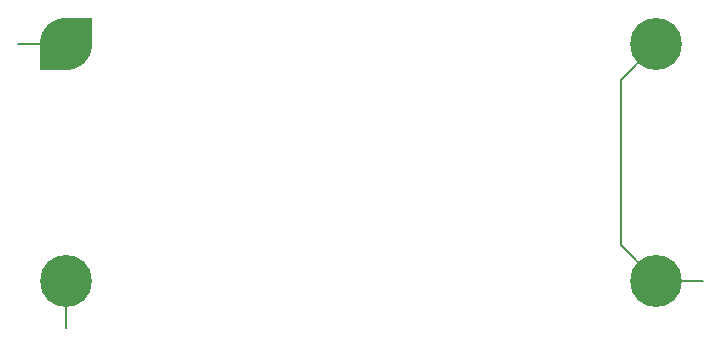
<source format=gtl>
%TF.GenerationSoftware,KiCad,Pcbnew,8.0.2-1*%
%TF.CreationDate,2024-12-23T20:39:15+00:00*%
%TF.ProjectId,jacdac-slider-MH-0.1,6a616364-6163-42d7-936c-696465722d4d,v0.1*%
%TF.SameCoordinates,PX8d24d00PY36d6160*%
%TF.FileFunction,Copper,L1,Top*%
%TF.FilePolarity,Positive*%
%FSLAX46Y46*%
G04 Gerber Fmt 4.6, Leading zero omitted, Abs format (unit mm)*
G04 Created by KiCad (PCBNEW 8.0.2-1) date 2024-12-23 20:39:15*
%MOMM*%
%LPD*%
G01*
G04 APERTURE LIST*
G04 Aperture macros list*
%AMFreePoly0*
4,1,31,1.555635,1.555635,1.655822,1.452117,1.831196,1.223566,1.975237,0.974078,2.085481,0.707925,2.160042,0.429659,2.197645,0.144041,2.197645,-0.144041,2.160042,-0.429659,2.085481,-0.707925,1.975237,-0.974078,1.831196,-1.223566,1.655822,-1.452117,1.555635,-1.555635,0.000000,-3.111270,-1.555635,-1.555635,-1.655822,-1.452117,-1.831196,-1.223566,-1.975237,-0.974078,-2.085481,-0.707925,
-2.160042,-0.429659,-2.197645,-0.144041,-2.197645,0.144041,-2.160042,0.429659,-2.085481,0.707925,-1.975237,0.974078,-1.831196,1.223566,-1.655822,1.452117,-1.555635,1.555635,0.000000,3.111270,1.555635,1.555635,1.555635,1.555635,$1*%
G04 Aperture macros list end*
%TA.AperFunction,ComponentPad*%
%ADD10C,4.400000*%
%TD*%
%TA.AperFunction,FiducialPad,Local*%
%ADD11FreePoly0,135.000000*%
%TD*%
%TA.AperFunction,FiducialPad,Local*%
%ADD12C,4.400000*%
%TD*%
%TA.AperFunction,SMDPad,CuDef*%
%ADD13C,0.100000*%
%TD*%
%TA.AperFunction,Conductor*%
%ADD14C,0.200000*%
%TD*%
G04 APERTURE END LIST*
D10*
%TO.P,MH2,MH2,MH2*%
%TO.N,GND*%
X25000000Y10000000D03*
%TD*%
%TO.P,MH4,MH4,MH4*%
%TO.N,GND*%
X25000000Y-9999999D03*
%TD*%
D11*
%TO.P,MH1,MH1,MH1*%
%TO.N,JD_DATA*%
X-25000000Y10000001D03*
D12*
X-25000000Y10000001D03*
%TD*%
D13*
%TO.P,GS1,1,JD_DATA*%
%TO.N,JD_DATA*%
X-29000000Y10000000D03*
%TD*%
D10*
%TO.P,MH3,MH3,MH3*%
%TO.N,JD_PWR*%
X-25000800Y-10000800D03*
%TD*%
D13*
%TO.P,GS2,1,GND*%
%TO.N,GND*%
X29000000Y-10000000D03*
%TD*%
%TO.P,GS3,1,JD_PWR*%
%TO.N,JD_PWR*%
X-25000000Y-14000000D03*
%TD*%
D14*
%TO.N,JD_DATA*%
X-25000000Y10000001D02*
X-29000000Y10000001D01*
%TO.N,GND*%
X22000000Y7000000D02*
X22000000Y-7000000D01*
X22000001Y-7000000D02*
X25000000Y-9999999D01*
X25000000Y-9999999D02*
X28999999Y-9999999D01*
X25000000Y10000000D02*
X22000000Y7000000D01*
X22000000Y-7000000D02*
X22000001Y-7000000D01*
X28999999Y-9999999D02*
X29000000Y-10000000D01*
%TO.N,JD_PWR*%
X-25000800Y-13999200D02*
X-25000000Y-14000000D01*
X-25000800Y-10000800D02*
X-25000800Y-13999200D01*
%TD*%
M02*

</source>
